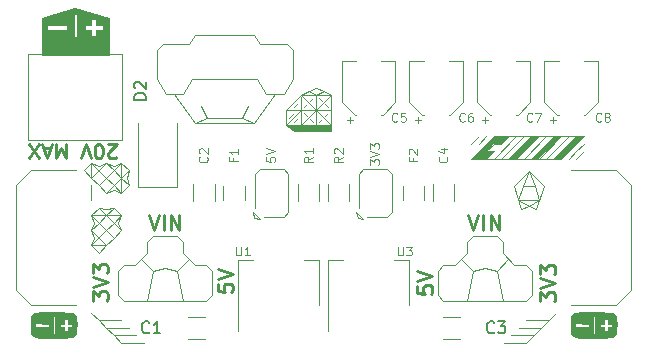
<source format=gbr>
%TF.GenerationSoftware,KiCad,Pcbnew,(5.1.7)-1*%
%TF.CreationDate,2021-01-13T20:41:06+01:00*%
%TF.ProjectId,MicroBBPS,4d696372-6f42-4425-9053-2e6b69636164,rev?*%
%TF.SameCoordinates,Original*%
%TF.FileFunction,Legend,Top*%
%TF.FilePolarity,Positive*%
%FSLAX46Y46*%
G04 Gerber Fmt 4.6, Leading zero omitted, Abs format (unit mm)*
G04 Created by KiCad (PCBNEW (5.1.7)-1) date 2021-01-13 20:41:06*
%MOMM*%
%LPD*%
G01*
G04 APERTURE LIST*
%ADD10C,0.100000*%
%ADD11C,0.120000*%
%ADD12C,0.125000*%
%ADD13C,0.250000*%
%ADD14C,0.280000*%
%ADD15C,0.010000*%
%ADD16C,0.150000*%
%ADD17C,2.800000*%
%ADD18O,1.200000X1.900000*%
%ADD19C,1.390000*%
%ADD20O,1.800000X1.800000*%
G04 APERTURE END LIST*
D10*
G36*
X5960000Y11700000D02*
G01*
X250000Y11700000D01*
X250000Y13170000D01*
X5950000Y13170000D01*
X5960000Y11700000D01*
G37*
X5960000Y11700000D02*
X250000Y11700000D01*
X250000Y13170000D01*
X5950000Y13170000D01*
X5960000Y11700000D01*
D11*
X41994000Y568000D02*
X41486000Y1838000D01*
X40978000Y568000D02*
X41486000Y1838000D01*
X41994000Y568000D02*
X42375000Y-575000D01*
X40978000Y568000D02*
X41994000Y568000D01*
X40597000Y-575000D02*
X40978000Y568000D01*
X40597000Y-575000D02*
X41486000Y-1083000D01*
X42375000Y-575000D02*
X40597000Y-575000D01*
X41486000Y-1083000D02*
X42375000Y-575000D01*
X41486000Y-1083000D02*
X42121000Y-1337000D01*
X40851000Y-1337000D02*
X41486000Y-1083000D01*
X40216000Y568000D02*
X40851000Y-1337000D01*
X41486000Y1838000D02*
X40216000Y568000D01*
X42756000Y568000D02*
X41486000Y1838000D01*
X42121000Y-1337000D02*
X42756000Y568000D01*
X5715000Y-1905000D02*
X4445000Y-1905000D01*
X4445000Y-1905000D02*
X5715000Y-3175000D01*
X4445000Y-4445000D02*
X5080000Y-5080000D01*
X5080000Y-1270000D02*
X5715000Y-1905000D01*
X5715000Y-3175000D02*
X4445000Y-4445000D01*
X5080000Y-2540000D02*
X5715000Y-1905000D01*
X5715000Y-4445000D02*
X6350000Y-3810000D01*
X5715000Y-4445000D02*
X5080000Y-3810000D01*
X5080000Y-3810000D02*
X4445000Y-3175000D01*
X4445000Y-3175000D02*
X5080000Y-2540000D01*
X4445000Y-1905000D02*
X5080000Y-1270000D01*
X6350000Y-3810000D02*
X5715000Y-3175000D01*
X5080000Y-5080000D02*
X5715000Y-4445000D01*
X5715000Y-1397000D02*
X5080000Y-1270000D01*
X4445000Y-4445000D02*
X4699000Y-3810000D01*
X6350000Y-1270000D02*
X5715000Y-1397000D01*
X6350000Y-2540000D02*
X5715000Y-3175000D01*
X4445000Y-4445000D02*
X5715000Y-4445000D01*
X5715000Y-1905000D02*
X6350000Y-2540000D01*
X6350000Y-3810000D02*
X6985000Y-3175000D01*
X4699000Y-2540000D02*
X4445000Y-1905000D01*
X6985000Y-3175000D02*
X6350000Y-2540000D01*
X6350000Y-2540000D02*
X6985000Y-1905000D01*
X6985000Y-1905000D02*
X6350000Y-1270000D01*
X6350000Y-1270000D02*
X5715000Y-1905000D01*
X5715000Y-1905000D02*
X6985000Y-1905000D01*
X6985000Y-3175000D02*
X6731000Y-2540000D01*
X4699000Y-3810000D02*
X4445000Y-3175000D01*
X4445000Y-3175000D02*
X4699000Y-2540000D01*
X6731000Y-2540000D02*
X6985000Y-1905000D01*
D12*
X28089285Y2371428D02*
X28089285Y2835714D01*
X28375000Y2585714D01*
X28375000Y2692857D01*
X28410714Y2764285D01*
X28446428Y2800000D01*
X28517857Y2835714D01*
X28696428Y2835714D01*
X28767857Y2800000D01*
X28803571Y2764285D01*
X28839285Y2692857D01*
X28839285Y2478571D01*
X28803571Y2407142D01*
X28767857Y2371428D01*
X28089285Y3050000D02*
X28839285Y3300000D01*
X28089285Y3550000D01*
X28089285Y3728571D02*
X28089285Y4192857D01*
X28375000Y3942857D01*
X28375000Y4050000D01*
X28410714Y4121428D01*
X28446428Y4157142D01*
X28517857Y4192857D01*
X28696428Y4192857D01*
X28767857Y4157142D01*
X28803571Y4121428D01*
X28839285Y4050000D01*
X28839285Y3835714D01*
X28803571Y3764285D01*
X28767857Y3728571D01*
X19289285Y3032142D02*
X19289285Y2675000D01*
X19646428Y2639285D01*
X19610714Y2675000D01*
X19575000Y2746428D01*
X19575000Y2925000D01*
X19610714Y2996428D01*
X19646428Y3032142D01*
X19717857Y3067857D01*
X19896428Y3067857D01*
X19967857Y3032142D01*
X20003571Y2996428D01*
X20039285Y2925000D01*
X20039285Y2746428D01*
X20003571Y2675000D01*
X19967857Y2639285D01*
X19289285Y3282142D02*
X20039285Y3532142D01*
X19289285Y3782142D01*
D11*
X-635000Y-9525000D02*
X3175000Y-9525000D01*
X41275000Y-12700000D02*
X39370000Y-12700000D01*
X41910000Y-12065000D02*
X41275000Y-12700000D01*
X41910000Y-12065000D02*
X40005000Y-12065000D01*
X42545000Y-11430000D02*
X41910000Y-12065000D01*
X42545000Y-11430000D02*
X40640000Y-11430000D01*
X43180000Y-10795000D02*
X42545000Y-11430000D01*
X43180000Y-10795000D02*
X41275000Y-10795000D01*
X43815000Y-10160000D02*
X43180000Y-10795000D01*
X6985000Y-12700000D02*
X8890000Y-12700000D01*
X6350000Y-12065000D02*
X6985000Y-12700000D01*
X6350000Y-12065000D02*
X8255000Y-12065000D01*
X5715000Y-11430000D02*
X6350000Y-12065000D01*
X5715000Y-11430000D02*
X7620000Y-11430000D01*
X5080000Y-10795000D02*
X5715000Y-11430000D01*
X5080000Y-10795000D02*
X6985000Y-10795000D01*
X4445000Y-10160000D02*
X5080000Y-10795000D01*
D13*
X32070523Y-7861904D02*
X32070523Y-8466666D01*
X32675285Y-8527142D01*
X32614809Y-8466666D01*
X32554333Y-8345714D01*
X32554333Y-8043333D01*
X32614809Y-7922380D01*
X32675285Y-7861904D01*
X32796238Y-7801428D01*
X33098619Y-7801428D01*
X33219571Y-7861904D01*
X33280047Y-7922380D01*
X33340523Y-8043333D01*
X33340523Y-8345714D01*
X33280047Y-8466666D01*
X33219571Y-8527142D01*
X32070523Y-7438571D02*
X33340523Y-7015238D01*
X32070523Y-6591904D01*
X36384047Y-1879523D02*
X36807380Y-3149523D01*
X37230714Y-1879523D01*
X37654047Y-3149523D02*
X37654047Y-1879523D01*
X38258809Y-3149523D02*
X38258809Y-1879523D01*
X38984523Y-3149523D01*
X38984523Y-1879523D01*
X42484523Y-9192380D02*
X42484523Y-8406190D01*
X42968333Y-8829523D01*
X42968333Y-8648095D01*
X43028809Y-8527142D01*
X43089285Y-8466666D01*
X43210238Y-8406190D01*
X43512619Y-8406190D01*
X43633571Y-8466666D01*
X43694047Y-8527142D01*
X43754523Y-8648095D01*
X43754523Y-9010952D01*
X43694047Y-9131904D01*
X43633571Y-9192380D01*
X42484523Y-8043333D02*
X43754523Y-7620000D01*
X42484523Y-7196666D01*
X42484523Y-6894285D02*
X42484523Y-6108095D01*
X42968333Y-6531428D01*
X42968333Y-6350000D01*
X43028809Y-6229047D01*
X43089285Y-6168571D01*
X43210238Y-6108095D01*
X43512619Y-6108095D01*
X43633571Y-6168571D01*
X43694047Y-6229047D01*
X43754523Y-6350000D01*
X43754523Y-6712857D01*
X43694047Y-6833809D01*
X43633571Y-6894285D01*
D10*
G36*
X24765000Y5207000D02*
G01*
X21590000Y5207000D01*
X20955000Y5715000D01*
X24765000Y5715000D01*
X24765000Y5207000D01*
G37*
X24765000Y5207000D02*
X21590000Y5207000D01*
X20955000Y5715000D01*
X24765000Y5715000D01*
X24765000Y5207000D01*
D11*
X24765000Y5207000D02*
X24765000Y5715000D01*
X23495000Y8890000D02*
X22860000Y8636000D01*
X24130000Y8636000D02*
X23495000Y8890000D01*
X24130000Y8636000D02*
X24765000Y8255000D01*
X23495000Y8255000D02*
X24130000Y8636000D01*
X22860000Y8636000D02*
X23495000Y8255000D01*
X22225000Y8255000D02*
X22860000Y8636000D01*
X21590000Y7239000D02*
X21971000Y7620000D01*
X21590000Y5969000D02*
X21971000Y6350000D01*
X21209000Y6350000D02*
X21590000Y6731000D01*
X22733000Y6477000D02*
X22479000Y6731000D01*
X23241000Y5969000D02*
X22987000Y6223000D01*
X24003000Y6223000D02*
X23749000Y5969000D01*
X24511000Y6731000D02*
X24257000Y6477000D01*
X24257000Y7493000D02*
X24511000Y7239000D01*
X23749000Y8001000D02*
X24003000Y7747000D01*
X22987000Y7747000D02*
X23241000Y8001000D01*
X22479000Y7239000D02*
X22733000Y7493000D01*
X24765000Y6985000D02*
X23495000Y6985000D01*
X23495000Y5715000D02*
X23495000Y6985000D01*
X23495000Y6858000D02*
X23495000Y5715000D01*
X23495000Y6985000D02*
X24765000Y5715000D01*
X23495000Y6985000D02*
X24765000Y8255000D01*
X23495000Y6985000D02*
X23495000Y8255000D01*
X23495000Y6985000D02*
X22225000Y8255000D01*
X23495000Y6985000D02*
X22225000Y6985000D01*
X22225000Y5715000D02*
X23495000Y6985000D01*
X22225000Y6985000D02*
X22225000Y5715000D01*
X22225000Y6985000D02*
X22225000Y8128000D01*
X22225000Y6985000D02*
X20955000Y5715000D01*
X20955000Y6985000D02*
X22225000Y6985000D01*
X20955000Y5715000D02*
X20955000Y6985000D01*
X24765000Y8255000D02*
X24765000Y5715000D01*
X23495000Y8255000D02*
X24765000Y8255000D01*
X22225000Y8255000D02*
X23495000Y8255000D01*
X20955000Y6985000D02*
X22225000Y8255000D01*
D14*
X6577142Y3047142D02*
X6520000Y2989999D01*
X6405714Y2932857D01*
X6120000Y2932857D01*
X6005714Y2989999D01*
X5948571Y3047142D01*
X5891428Y3161428D01*
X5891428Y3275714D01*
X5948571Y3447142D01*
X6634285Y4132857D01*
X5891428Y4132857D01*
X5148571Y2932857D02*
X5034285Y2932857D01*
X4920000Y2990000D01*
X4862857Y3047142D01*
X4805714Y3161428D01*
X4748571Y3390000D01*
X4748571Y3675714D01*
X4805714Y3904285D01*
X4862857Y4018571D01*
X4920000Y4075714D01*
X5034285Y4132857D01*
X5148571Y4132857D01*
X5262857Y4075714D01*
X5320000Y4018571D01*
X5377142Y3904285D01*
X5434285Y3675714D01*
X5434285Y3389999D01*
X5377142Y3161428D01*
X5320000Y3047142D01*
X5262857Y2990000D01*
X5148571Y2932857D01*
X4405714Y2932857D02*
X4005714Y4132857D01*
X3605714Y2932857D01*
X2291428Y4132857D02*
X2291428Y2932857D01*
X1891428Y3790000D01*
X1491428Y2932857D01*
X1491428Y4132857D01*
X977142Y3790000D02*
X405714Y3790000D01*
X1091428Y4132857D02*
X691428Y2932857D01*
X291428Y4132857D01*
X5714Y2932857D02*
X-794285Y4132857D01*
X-794285Y2932857D02*
X5714Y4132857D01*
D11*
X7493000Y1270000D02*
X7620000Y1905000D01*
X7620000Y635000D02*
X7493000Y1270000D01*
X6350000Y254000D02*
X6985000Y0D01*
X5715000Y0D02*
X6350000Y254000D01*
X6350000Y2286000D02*
X6985000Y2540000D01*
X5715000Y2540000D02*
X6350000Y2286000D01*
X5080000Y2286000D02*
X5715000Y2540000D01*
X4445000Y2540000D02*
X5080000Y2286000D01*
X6985000Y1270000D02*
X6985000Y0D01*
X4445000Y2540000D02*
X4445000Y1270000D01*
X7620000Y635000D02*
X6985000Y1270000D01*
X6985000Y0D02*
X7620000Y635000D01*
X6350000Y635000D02*
X6985000Y0D01*
X5715000Y0D02*
X6350000Y635000D01*
X5080000Y635000D02*
X5715000Y0D01*
X6985000Y1270000D02*
X6350000Y635000D01*
X6350000Y635000D02*
X5715000Y1270000D01*
X5080000Y635000D02*
X5715000Y1270000D01*
X4445000Y1270000D02*
X5080000Y635000D01*
X7620000Y1905000D02*
X6985000Y1270000D01*
X6985000Y2540000D02*
X7620000Y1905000D01*
X4445000Y2540000D02*
X3810000Y1905000D01*
X5715000Y1270000D02*
X4445000Y2540000D01*
X6985000Y2540000D02*
X5715000Y1270000D01*
X6985000Y1270000D02*
X6985000Y2540000D01*
X6350000Y1905000D02*
X6985000Y1270000D01*
X5715000Y2540000D02*
X6350000Y1905000D01*
X5080000Y1905000D02*
X5715000Y2540000D01*
X4445000Y1270000D02*
X5080000Y1905000D01*
X3810000Y1905000D02*
X4445000Y1270000D01*
X-1905000Y635000D02*
X-1905000Y-8255000D01*
X4445000Y635000D02*
X4445000Y-635000D01*
X-635000Y1905000D02*
X-1905000Y635000D01*
X3175000Y1905000D02*
X-635000Y1905000D01*
X-1905000Y-8255000D02*
X-635000Y-9525000D01*
X48895000Y-9525000D02*
X45085000Y-9525000D01*
X50165000Y-8255000D02*
X48895000Y-9525000D01*
X50165000Y635000D02*
X50165000Y-8255000D01*
X48895000Y1905000D02*
X50165000Y635000D01*
X45085000Y1905000D02*
X48895000Y1905000D01*
D10*
G36*
X39180000Y4155000D02*
G01*
X38545000Y4155000D01*
X37910000Y3520000D01*
X38545000Y3520000D01*
X37910000Y2885000D01*
X36640000Y2885000D01*
X38545000Y4790000D01*
X39815000Y4790000D01*
X39180000Y4155000D01*
G37*
X39180000Y4155000D02*
X38545000Y4155000D01*
X37910000Y3520000D01*
X38545000Y3520000D01*
X37910000Y2885000D01*
X36640000Y2885000D01*
X38545000Y4790000D01*
X39815000Y4790000D01*
X39180000Y4155000D01*
D11*
X45530000Y2885000D02*
X46165000Y3520000D01*
X45530000Y3520000D02*
X46165000Y4155000D01*
X45530000Y3520000D02*
X44895000Y2885000D01*
X37275000Y4790000D02*
X36640000Y4155000D01*
X37910000Y4790000D02*
X37275000Y4155000D01*
X41085000Y4790000D02*
X39180000Y2885000D01*
X42990000Y4790000D02*
X41085000Y2885000D01*
X44895000Y4790000D02*
X42990000Y2885000D01*
D10*
G36*
X44260000Y2885000D02*
G01*
X43625000Y2885000D01*
X45530000Y4790000D01*
X46165000Y4790000D01*
X44260000Y2885000D01*
G37*
X44260000Y2885000D02*
X43625000Y2885000D01*
X45530000Y4790000D01*
X46165000Y4790000D01*
X44260000Y2885000D01*
G36*
X42355000Y2885000D02*
G01*
X41720000Y2885000D01*
X43625000Y4790000D01*
X44260000Y4790000D01*
X42355000Y2885000D01*
G37*
X42355000Y2885000D02*
X41720000Y2885000D01*
X43625000Y4790000D01*
X44260000Y4790000D01*
X42355000Y2885000D01*
G36*
X40450000Y2885000D02*
G01*
X39815000Y2885000D01*
X41720000Y4790000D01*
X42355000Y4790000D01*
X40450000Y2885000D01*
G37*
X40450000Y2885000D02*
X39815000Y2885000D01*
X41720000Y4790000D01*
X42355000Y4790000D01*
X40450000Y2885000D01*
D11*
X45530000Y4790000D02*
X43625000Y2885000D01*
X44260000Y4790000D02*
X45530000Y4790000D01*
X42355000Y2885000D02*
X44260000Y4790000D01*
X41720000Y2885000D02*
X42355000Y2885000D01*
X43625000Y4790000D02*
X41720000Y2885000D01*
X42355000Y4790000D02*
X43625000Y4790000D01*
X40450000Y2885000D02*
X42355000Y4790000D01*
X39815000Y2885000D02*
X40450000Y2885000D01*
X41720000Y4790000D02*
X39815000Y2885000D01*
X40450000Y4790000D02*
X41720000Y4790000D01*
X38545000Y2885000D02*
X40450000Y4790000D01*
X44260000Y2885000D02*
X36640000Y2885000D01*
X46165000Y4790000D02*
X44260000Y2885000D01*
X38545000Y4790000D02*
X46165000Y4790000D01*
X36640000Y2885000D02*
X38545000Y4790000D01*
D13*
X9309047Y-1879523D02*
X9732380Y-3149523D01*
X10155714Y-1879523D01*
X10579047Y-3149523D02*
X10579047Y-1879523D01*
X11183809Y-3149523D02*
X11183809Y-1879523D01*
X11909523Y-3149523D01*
X11909523Y-1879523D01*
X15179523Y-7741904D02*
X15179523Y-8346666D01*
X15784285Y-8407142D01*
X15723809Y-8346666D01*
X15663333Y-8225714D01*
X15663333Y-7923333D01*
X15723809Y-7802380D01*
X15784285Y-7741904D01*
X15905238Y-7681428D01*
X16207619Y-7681428D01*
X16328571Y-7741904D01*
X16389047Y-7802380D01*
X16449523Y-7923333D01*
X16449523Y-8225714D01*
X16389047Y-8346666D01*
X16328571Y-8407142D01*
X15179523Y-7318571D02*
X16449523Y-6895238D01*
X15179523Y-6471904D01*
X4604523Y-9122380D02*
X4604523Y-8336190D01*
X5088333Y-8759523D01*
X5088333Y-8578095D01*
X5148809Y-8457142D01*
X5209285Y-8396666D01*
X5330238Y-8336190D01*
X5632619Y-8336190D01*
X5753571Y-8396666D01*
X5814047Y-8457142D01*
X5874523Y-8578095D01*
X5874523Y-8940952D01*
X5814047Y-9061904D01*
X5753571Y-9122380D01*
X4604523Y-7973333D02*
X5874523Y-7550000D01*
X4604523Y-7126666D01*
X4604523Y-6824285D02*
X4604523Y-6038095D01*
X5088333Y-6461428D01*
X5088333Y-6280000D01*
X5148809Y-6159047D01*
X5209285Y-6098571D01*
X5330238Y-6038095D01*
X5632619Y-6038095D01*
X5753571Y-6098571D01*
X5814047Y-6159047D01*
X5874523Y-6280000D01*
X5874523Y-6642857D01*
X5814047Y-6763809D01*
X5753571Y-6824285D01*
D11*
%TO.C,J5*%
X3100000Y11800000D02*
X-900000Y11800000D01*
X3100000Y11800000D02*
X7100000Y11800000D01*
X-900000Y11800000D02*
X-900000Y4500000D01*
X7100000Y11800000D02*
X7100000Y4500000D01*
X7100000Y4500000D02*
X-900000Y4500000D01*
%TO.C,D3*%
X18350000Y0D02*
X18350000Y-1300000D01*
X19050000Y-2000000D02*
X19750000Y-2000000D01*
X20750000Y2000000D02*
X19750000Y2000000D01*
X21150000Y1600000D02*
X20750000Y2000000D01*
X21150000Y0D02*
X21150000Y1600000D01*
X18750000Y2000000D02*
X19750000Y2000000D01*
X18350000Y1600000D02*
X18750000Y2000000D01*
X18350000Y0D02*
X18350000Y1600000D01*
X20750000Y-2000000D02*
X19750000Y-2000000D01*
X21150000Y-1600000D02*
X20750000Y-2000000D01*
X21150000Y0D02*
X21150000Y-1600000D01*
X18150000Y-1600000D02*
X18750000Y-2200000D01*
X18150000Y-1600000D02*
X18250000Y-2100000D01*
X18250000Y-2100000D02*
X18750000Y-2200000D01*
%TO.C,D1*%
X27100000Y0D02*
X27100000Y-1300000D01*
X27800000Y-2000000D02*
X28500000Y-2000000D01*
X29500000Y2000000D02*
X28500000Y2000000D01*
X29900000Y1600000D02*
X29500000Y2000000D01*
X29900000Y0D02*
X29900000Y1600000D01*
X27500000Y2000000D02*
X28500000Y2000000D01*
X27100000Y1600000D02*
X27500000Y2000000D01*
X27100000Y0D02*
X27100000Y1600000D01*
X29500000Y-2000000D02*
X28500000Y-2000000D01*
X29900000Y-1600000D02*
X29500000Y-2000000D01*
X29900000Y0D02*
X29900000Y-1600000D01*
X26900000Y-1600000D02*
X27500000Y-2200000D01*
X26900000Y-1600000D02*
X27000000Y-2100000D01*
X27000000Y-2100000D02*
X27500000Y-2200000D01*
%TO.C,D2*%
X8383000Y537000D02*
X11683000Y537000D01*
X11683000Y537000D02*
X11683000Y5937000D01*
X8383000Y537000D02*
X8383000Y5937000D01*
%TO.C,C8*%
X47345000Y11150000D02*
X46145000Y11150000D01*
X42825000Y11150000D02*
X44025000Y11150000D01*
X42825000Y7694437D02*
X42825000Y11150000D01*
X47345000Y7694437D02*
X47345000Y11150000D01*
X46280563Y6630000D02*
X46145000Y6630000D01*
X43889437Y6630000D02*
X44025000Y6630000D01*
X43889437Y6630000D02*
X42825000Y7694437D01*
X46280563Y6630000D02*
X47345000Y7694437D01*
X43525000Y5890000D02*
X43525000Y6390000D01*
X43275000Y6140000D02*
X43775000Y6140000D01*
%TO.C,C7*%
X41630000Y11150000D02*
X40430000Y11150000D01*
X37110000Y11150000D02*
X38310000Y11150000D01*
X37110000Y7694437D02*
X37110000Y11150000D01*
X41630000Y7694437D02*
X41630000Y11150000D01*
X40565563Y6630000D02*
X40430000Y6630000D01*
X38174437Y6630000D02*
X38310000Y6630000D01*
X38174437Y6630000D02*
X37110000Y7694437D01*
X40565563Y6630000D02*
X41630000Y7694437D01*
X37810000Y5890000D02*
X37810000Y6390000D01*
X37560000Y6140000D02*
X38060000Y6140000D01*
%TO.C,C6*%
X35915000Y11150000D02*
X34715000Y11150000D01*
X31395000Y11150000D02*
X32595000Y11150000D01*
X31395000Y7694437D02*
X31395000Y11150000D01*
X35915000Y7694437D02*
X35915000Y11150000D01*
X34850563Y6630000D02*
X34715000Y6630000D01*
X32459437Y6630000D02*
X32595000Y6630000D01*
X32459437Y6630000D02*
X31395000Y7694437D01*
X34850563Y6630000D02*
X35915000Y7694437D01*
X32095000Y5890000D02*
X32095000Y6390000D01*
X31845000Y6140000D02*
X32345000Y6140000D01*
%TO.C,C5*%
X30200000Y11150000D02*
X29000000Y11150000D01*
X25680000Y11150000D02*
X26880000Y11150000D01*
X25680000Y7694437D02*
X25680000Y11150000D01*
X30200000Y7694437D02*
X30200000Y11150000D01*
X29135563Y6630000D02*
X29000000Y6630000D01*
X26744437Y6630000D02*
X26880000Y6630000D01*
X26744437Y6630000D02*
X25680000Y7694437D01*
X29135563Y6630000D02*
X30200000Y7694437D01*
X26380000Y5890000D02*
X26380000Y6390000D01*
X26130000Y6140000D02*
X26630000Y6140000D01*
D15*
%TO.C,G\u002A\u002A\u002A*%
G36*
X46516942Y-10120653D02*
G01*
X46787619Y-10121625D01*
X47023178Y-10122540D01*
X47311893Y-10123676D01*
X47561341Y-10124790D01*
X47774591Y-10125974D01*
X47954709Y-10127321D01*
X48104764Y-10128921D01*
X48227821Y-10130866D01*
X48326949Y-10133248D01*
X48405215Y-10136158D01*
X48465686Y-10139688D01*
X48511429Y-10143930D01*
X48545512Y-10148974D01*
X48571002Y-10154914D01*
X48590966Y-10161840D01*
X48608471Y-10169843D01*
X48608548Y-10169881D01*
X48716076Y-10241359D01*
X48813561Y-10338826D01*
X48885069Y-10446353D01*
X48885118Y-10446452D01*
X48896865Y-10472635D01*
X48906177Y-10501836D01*
X48913336Y-10539039D01*
X48918621Y-10589224D01*
X48922312Y-10657375D01*
X48924690Y-10748474D01*
X48926036Y-10867501D01*
X48926628Y-11019441D01*
X48926750Y-11186583D01*
X48926592Y-11372043D01*
X48925931Y-11520152D01*
X48924486Y-11635892D01*
X48921978Y-11724247D01*
X48918127Y-11790197D01*
X48912651Y-11838725D01*
X48905272Y-11874813D01*
X48895707Y-11903444D01*
X48885118Y-11926715D01*
X48813641Y-12034243D01*
X48716173Y-12131727D01*
X48608647Y-12203236D01*
X48608548Y-12203285D01*
X48591149Y-12211261D01*
X48571378Y-12218162D01*
X48546180Y-12224074D01*
X48512502Y-12229084D01*
X48467289Y-12233279D01*
X48407488Y-12236747D01*
X48330045Y-12239575D01*
X48231905Y-12241849D01*
X48110016Y-12243656D01*
X47961323Y-12245085D01*
X47782772Y-12246220D01*
X47571309Y-12247151D01*
X47323880Y-12247963D01*
X47037432Y-12248743D01*
X47011167Y-12248811D01*
X46697625Y-12249421D01*
X46424316Y-12249509D01*
X46189142Y-12249048D01*
X45990004Y-12248010D01*
X45824806Y-12246367D01*
X45691448Y-12244090D01*
X45587833Y-12241152D01*
X45511863Y-12237523D01*
X45461440Y-12233177D01*
X45434466Y-12228085D01*
X45433259Y-12227645D01*
X45292082Y-12152417D01*
X45177896Y-12049101D01*
X45095617Y-11922843D01*
X45064788Y-11842264D01*
X45056520Y-11794269D01*
X45050527Y-11712933D01*
X45046755Y-11596256D01*
X45045153Y-11442235D01*
X45045466Y-11324869D01*
X45444833Y-11324869D01*
X46556083Y-11313583D01*
X46556083Y-11059583D01*
X45444833Y-11048297D01*
X45444833Y-11324869D01*
X45045466Y-11324869D01*
X45045669Y-11248869D01*
X45046623Y-11144250D01*
X45048918Y-10953024D01*
X45051969Y-10798849D01*
X45056873Y-10676440D01*
X45064727Y-10580517D01*
X45076629Y-10505796D01*
X45093676Y-10446996D01*
X45109632Y-10414000D01*
X46947667Y-10414000D01*
X46947667Y-11959167D01*
X47074667Y-11959167D01*
X47074667Y-11070167D01*
X47519167Y-11070167D01*
X47519167Y-11324167D01*
X47900167Y-11324167D01*
X47900167Y-11662833D01*
X48175333Y-11662833D01*
X48175333Y-11324167D01*
X48535167Y-11324167D01*
X48535167Y-11070167D01*
X48175333Y-11070167D01*
X48175333Y-10710333D01*
X47900167Y-10710333D01*
X47900167Y-11070167D01*
X47519167Y-11070167D01*
X47074667Y-11070167D01*
X47074667Y-10414000D01*
X46947667Y-10414000D01*
X45109632Y-10414000D01*
X45116966Y-10398834D01*
X45147596Y-10356027D01*
X45186664Y-10313295D01*
X45227690Y-10272729D01*
X45257054Y-10243910D01*
X45283930Y-10218868D01*
X45311352Y-10197351D01*
X45342354Y-10179104D01*
X45379972Y-10163874D01*
X45427241Y-10151406D01*
X45487193Y-10141446D01*
X45562865Y-10133742D01*
X45657291Y-10128039D01*
X45773506Y-10124082D01*
X45914544Y-10121620D01*
X46083439Y-10120396D01*
X46283227Y-10120159D01*
X46516942Y-10120653D01*
G37*
X46516942Y-10120653D02*
X46787619Y-10121625D01*
X47023178Y-10122540D01*
X47311893Y-10123676D01*
X47561341Y-10124790D01*
X47774591Y-10125974D01*
X47954709Y-10127321D01*
X48104764Y-10128921D01*
X48227821Y-10130866D01*
X48326949Y-10133248D01*
X48405215Y-10136158D01*
X48465686Y-10139688D01*
X48511429Y-10143930D01*
X48545512Y-10148974D01*
X48571002Y-10154914D01*
X48590966Y-10161840D01*
X48608471Y-10169843D01*
X48608548Y-10169881D01*
X48716076Y-10241359D01*
X48813561Y-10338826D01*
X48885069Y-10446353D01*
X48885118Y-10446452D01*
X48896865Y-10472635D01*
X48906177Y-10501836D01*
X48913336Y-10539039D01*
X48918621Y-10589224D01*
X48922312Y-10657375D01*
X48924690Y-10748474D01*
X48926036Y-10867501D01*
X48926628Y-11019441D01*
X48926750Y-11186583D01*
X48926592Y-11372043D01*
X48925931Y-11520152D01*
X48924486Y-11635892D01*
X48921978Y-11724247D01*
X48918127Y-11790197D01*
X48912651Y-11838725D01*
X48905272Y-11874813D01*
X48895707Y-11903444D01*
X48885118Y-11926715D01*
X48813641Y-12034243D01*
X48716173Y-12131727D01*
X48608647Y-12203236D01*
X48608548Y-12203285D01*
X48591149Y-12211261D01*
X48571378Y-12218162D01*
X48546180Y-12224074D01*
X48512502Y-12229084D01*
X48467289Y-12233279D01*
X48407488Y-12236747D01*
X48330045Y-12239575D01*
X48231905Y-12241849D01*
X48110016Y-12243656D01*
X47961323Y-12245085D01*
X47782772Y-12246220D01*
X47571309Y-12247151D01*
X47323880Y-12247963D01*
X47037432Y-12248743D01*
X47011167Y-12248811D01*
X46697625Y-12249421D01*
X46424316Y-12249509D01*
X46189142Y-12249048D01*
X45990004Y-12248010D01*
X45824806Y-12246367D01*
X45691448Y-12244090D01*
X45587833Y-12241152D01*
X45511863Y-12237523D01*
X45461440Y-12233177D01*
X45434466Y-12228085D01*
X45433259Y-12227645D01*
X45292082Y-12152417D01*
X45177896Y-12049101D01*
X45095617Y-11922843D01*
X45064788Y-11842264D01*
X45056520Y-11794269D01*
X45050527Y-11712933D01*
X45046755Y-11596256D01*
X45045153Y-11442235D01*
X45045466Y-11324869D01*
X45444833Y-11324869D01*
X46556083Y-11313583D01*
X46556083Y-11059583D01*
X45444833Y-11048297D01*
X45444833Y-11324869D01*
X45045466Y-11324869D01*
X45045669Y-11248869D01*
X45046623Y-11144250D01*
X45048918Y-10953024D01*
X45051969Y-10798849D01*
X45056873Y-10676440D01*
X45064727Y-10580517D01*
X45076629Y-10505796D01*
X45093676Y-10446996D01*
X45109632Y-10414000D01*
X46947667Y-10414000D01*
X46947667Y-11959167D01*
X47074667Y-11959167D01*
X47074667Y-11070167D01*
X47519167Y-11070167D01*
X47519167Y-11324167D01*
X47900167Y-11324167D01*
X47900167Y-11662833D01*
X48175333Y-11662833D01*
X48175333Y-11324167D01*
X48535167Y-11324167D01*
X48535167Y-11070167D01*
X48175333Y-11070167D01*
X48175333Y-10710333D01*
X47900167Y-10710333D01*
X47900167Y-11070167D01*
X47519167Y-11070167D01*
X47074667Y-11070167D01*
X47074667Y-10414000D01*
X46947667Y-10414000D01*
X45109632Y-10414000D01*
X45116966Y-10398834D01*
X45147596Y-10356027D01*
X45186664Y-10313295D01*
X45227690Y-10272729D01*
X45257054Y-10243910D01*
X45283930Y-10218868D01*
X45311352Y-10197351D01*
X45342354Y-10179104D01*
X45379972Y-10163874D01*
X45427241Y-10151406D01*
X45487193Y-10141446D01*
X45562865Y-10133742D01*
X45657291Y-10128039D01*
X45773506Y-10124082D01*
X45914544Y-10121620D01*
X46083439Y-10120396D01*
X46283227Y-10120159D01*
X46516942Y-10120653D01*
G36*
X796942Y-10120653D02*
G01*
X1067619Y-10121625D01*
X1303178Y-10122540D01*
X1591893Y-10123676D01*
X1841341Y-10124790D01*
X2054591Y-10125974D01*
X2234709Y-10127321D01*
X2384764Y-10128921D01*
X2507821Y-10130866D01*
X2606949Y-10133248D01*
X2685215Y-10136158D01*
X2745686Y-10139688D01*
X2791429Y-10143930D01*
X2825512Y-10148974D01*
X2851002Y-10154914D01*
X2870966Y-10161840D01*
X2888471Y-10169843D01*
X2888548Y-10169881D01*
X2996076Y-10241359D01*
X3093561Y-10338826D01*
X3165069Y-10446353D01*
X3165118Y-10446452D01*
X3176865Y-10472635D01*
X3186177Y-10501836D01*
X3193336Y-10539039D01*
X3198621Y-10589224D01*
X3202312Y-10657375D01*
X3204690Y-10748474D01*
X3206036Y-10867501D01*
X3206628Y-11019441D01*
X3206750Y-11186583D01*
X3206592Y-11372043D01*
X3205931Y-11520152D01*
X3204486Y-11635892D01*
X3201978Y-11724247D01*
X3198127Y-11790197D01*
X3192651Y-11838725D01*
X3185272Y-11874813D01*
X3175707Y-11903444D01*
X3165118Y-11926715D01*
X3093641Y-12034243D01*
X2996173Y-12131727D01*
X2888647Y-12203236D01*
X2888548Y-12203285D01*
X2871149Y-12211261D01*
X2851378Y-12218162D01*
X2826180Y-12224074D01*
X2792502Y-12229084D01*
X2747289Y-12233279D01*
X2687488Y-12236747D01*
X2610045Y-12239575D01*
X2511905Y-12241849D01*
X2390016Y-12243656D01*
X2241323Y-12245085D01*
X2062772Y-12246220D01*
X1851309Y-12247151D01*
X1603880Y-12247963D01*
X1317432Y-12248743D01*
X1291167Y-12248811D01*
X977625Y-12249421D01*
X704316Y-12249509D01*
X469142Y-12249048D01*
X270004Y-12248010D01*
X104806Y-12246367D01*
X-28552Y-12244090D01*
X-132167Y-12241152D01*
X-208137Y-12237523D01*
X-258560Y-12233177D01*
X-285534Y-12228085D01*
X-286741Y-12227645D01*
X-427918Y-12152417D01*
X-542104Y-12049101D01*
X-624383Y-11922843D01*
X-655212Y-11842264D01*
X-663480Y-11794269D01*
X-669473Y-11712933D01*
X-673245Y-11596256D01*
X-674847Y-11442235D01*
X-674534Y-11324869D01*
X-275167Y-11324869D01*
X836083Y-11313583D01*
X836083Y-11059583D01*
X-275167Y-11048297D01*
X-275167Y-11324869D01*
X-674534Y-11324869D01*
X-674331Y-11248869D01*
X-673377Y-11144250D01*
X-671082Y-10953024D01*
X-668031Y-10798849D01*
X-663127Y-10676440D01*
X-655273Y-10580517D01*
X-643371Y-10505796D01*
X-626324Y-10446996D01*
X-610368Y-10414000D01*
X1227667Y-10414000D01*
X1227667Y-11959167D01*
X1354667Y-11959167D01*
X1354667Y-11070167D01*
X1799167Y-11070167D01*
X1799167Y-11324167D01*
X2180167Y-11324167D01*
X2180167Y-11662833D01*
X2455333Y-11662833D01*
X2455333Y-11324167D01*
X2815167Y-11324167D01*
X2815167Y-11070167D01*
X2455333Y-11070167D01*
X2455333Y-10710333D01*
X2180167Y-10710333D01*
X2180167Y-11070167D01*
X1799167Y-11070167D01*
X1354667Y-11070167D01*
X1354667Y-10414000D01*
X1227667Y-10414000D01*
X-610368Y-10414000D01*
X-603034Y-10398834D01*
X-572404Y-10356027D01*
X-533336Y-10313295D01*
X-492310Y-10272729D01*
X-462946Y-10243910D01*
X-436070Y-10218868D01*
X-408648Y-10197351D01*
X-377646Y-10179104D01*
X-340028Y-10163874D01*
X-292759Y-10151406D01*
X-232807Y-10141446D01*
X-157135Y-10133742D01*
X-62709Y-10128039D01*
X53506Y-10124082D01*
X194544Y-10121620D01*
X363439Y-10120396D01*
X563227Y-10120159D01*
X796942Y-10120653D01*
G37*
X796942Y-10120653D02*
X1067619Y-10121625D01*
X1303178Y-10122540D01*
X1591893Y-10123676D01*
X1841341Y-10124790D01*
X2054591Y-10125974D01*
X2234709Y-10127321D01*
X2384764Y-10128921D01*
X2507821Y-10130866D01*
X2606949Y-10133248D01*
X2685215Y-10136158D01*
X2745686Y-10139688D01*
X2791429Y-10143930D01*
X2825512Y-10148974D01*
X2851002Y-10154914D01*
X2870966Y-10161840D01*
X2888471Y-10169843D01*
X2888548Y-10169881D01*
X2996076Y-10241359D01*
X3093561Y-10338826D01*
X3165069Y-10446353D01*
X3165118Y-10446452D01*
X3176865Y-10472635D01*
X3186177Y-10501836D01*
X3193336Y-10539039D01*
X3198621Y-10589224D01*
X3202312Y-10657375D01*
X3204690Y-10748474D01*
X3206036Y-10867501D01*
X3206628Y-11019441D01*
X3206750Y-11186583D01*
X3206592Y-11372043D01*
X3205931Y-11520152D01*
X3204486Y-11635892D01*
X3201978Y-11724247D01*
X3198127Y-11790197D01*
X3192651Y-11838725D01*
X3185272Y-11874813D01*
X3175707Y-11903444D01*
X3165118Y-11926715D01*
X3093641Y-12034243D01*
X2996173Y-12131727D01*
X2888647Y-12203236D01*
X2888548Y-12203285D01*
X2871149Y-12211261D01*
X2851378Y-12218162D01*
X2826180Y-12224074D01*
X2792502Y-12229084D01*
X2747289Y-12233279D01*
X2687488Y-12236747D01*
X2610045Y-12239575D01*
X2511905Y-12241849D01*
X2390016Y-12243656D01*
X2241323Y-12245085D01*
X2062772Y-12246220D01*
X1851309Y-12247151D01*
X1603880Y-12247963D01*
X1317432Y-12248743D01*
X1291167Y-12248811D01*
X977625Y-12249421D01*
X704316Y-12249509D01*
X469142Y-12249048D01*
X270004Y-12248010D01*
X104806Y-12246367D01*
X-28552Y-12244090D01*
X-132167Y-12241152D01*
X-208137Y-12237523D01*
X-258560Y-12233177D01*
X-285534Y-12228085D01*
X-286741Y-12227645D01*
X-427918Y-12152417D01*
X-542104Y-12049101D01*
X-624383Y-11922843D01*
X-655212Y-11842264D01*
X-663480Y-11794269D01*
X-669473Y-11712933D01*
X-673245Y-11596256D01*
X-674847Y-11442235D01*
X-674534Y-11324869D01*
X-275167Y-11324869D01*
X836083Y-11313583D01*
X836083Y-11059583D01*
X-275167Y-11048297D01*
X-275167Y-11324869D01*
X-674534Y-11324869D01*
X-674331Y-11248869D01*
X-673377Y-11144250D01*
X-671082Y-10953024D01*
X-668031Y-10798849D01*
X-663127Y-10676440D01*
X-655273Y-10580517D01*
X-643371Y-10505796D01*
X-626324Y-10446996D01*
X-610368Y-10414000D01*
X1227667Y-10414000D01*
X1227667Y-11959167D01*
X1354667Y-11959167D01*
X1354667Y-11070167D01*
X1799167Y-11070167D01*
X1799167Y-11324167D01*
X2180167Y-11324167D01*
X2180167Y-11662833D01*
X2455333Y-11662833D01*
X2455333Y-11324167D01*
X2815167Y-11324167D01*
X2815167Y-11070167D01*
X2455333Y-11070167D01*
X2455333Y-10710333D01*
X2180167Y-10710333D01*
X2180167Y-11070167D01*
X1799167Y-11070167D01*
X1354667Y-11070167D01*
X1354667Y-10414000D01*
X1227667Y-10414000D01*
X-610368Y-10414000D01*
X-603034Y-10398834D01*
X-572404Y-10356027D01*
X-533336Y-10313295D01*
X-492310Y-10272729D01*
X-462946Y-10243910D01*
X-436070Y-10218868D01*
X-408648Y-10197351D01*
X-377646Y-10179104D01*
X-340028Y-10163874D01*
X-292759Y-10151406D01*
X-232807Y-10141446D01*
X-157135Y-10133742D01*
X-62709Y-10128039D01*
X53506Y-10124082D01*
X194544Y-10121620D01*
X363439Y-10120396D01*
X563227Y-10120159D01*
X796942Y-10120653D01*
G36*
X4524826Y15242912D02*
G01*
X5946916Y14832018D01*
X5946916Y13167440D01*
X4571083Y12769321D01*
X4336582Y12701583D01*
X4112826Y12637178D01*
X3903330Y12577104D01*
X3711607Y12522356D01*
X3541172Y12473932D01*
X3395538Y12432829D01*
X3278220Y12400044D01*
X3192731Y12376573D01*
X3142586Y12363413D01*
X3131750Y12360993D01*
X3098504Y12364192D01*
X3028929Y12378797D01*
X2922475Y12404957D01*
X2778592Y12442820D01*
X2596731Y12492536D01*
X2376342Y12554254D01*
X2116876Y12628123D01*
X1817782Y12714292D01*
X1660666Y12759866D01*
X253083Y13168948D01*
X253083Y14211667D01*
X750500Y14211667D01*
X750500Y13788334D01*
X2443833Y13788334D01*
X2443833Y14211667D01*
X750500Y14211667D01*
X253083Y14211667D01*
X253083Y14830777D01*
X1407412Y15164167D01*
X3036500Y15164167D01*
X3036500Y12835834D01*
X3227000Y12835834D01*
X3227000Y14190500D01*
X3904333Y14190500D01*
X3904333Y13809500D01*
X4475833Y13809500D01*
X4475833Y13280334D01*
X4878000Y13280334D01*
X4878000Y13809500D01*
X5449500Y13809500D01*
X5449500Y14190500D01*
X4878000Y14190500D01*
X4878000Y14719667D01*
X4475833Y14719667D01*
X4475833Y14190500D01*
X3904333Y14190500D01*
X3227000Y14190500D01*
X3227000Y15164167D01*
X3036500Y15164167D01*
X1407412Y15164167D01*
X1677909Y15242291D01*
X3102735Y15653804D01*
X4524826Y15242912D01*
G37*
X4524826Y15242912D02*
X5946916Y14832018D01*
X5946916Y13167440D01*
X4571083Y12769321D01*
X4336582Y12701583D01*
X4112826Y12637178D01*
X3903330Y12577104D01*
X3711607Y12522356D01*
X3541172Y12473932D01*
X3395538Y12432829D01*
X3278220Y12400044D01*
X3192731Y12376573D01*
X3142586Y12363413D01*
X3131750Y12360993D01*
X3098504Y12364192D01*
X3028929Y12378797D01*
X2922475Y12404957D01*
X2778592Y12442820D01*
X2596731Y12492536D01*
X2376342Y12554254D01*
X2116876Y12628123D01*
X1817782Y12714292D01*
X1660666Y12759866D01*
X253083Y13168948D01*
X253083Y14211667D01*
X750500Y14211667D01*
X750500Y13788334D01*
X2443833Y13788334D01*
X2443833Y14211667D01*
X750500Y14211667D01*
X253083Y14211667D01*
X253083Y14830777D01*
X1407412Y15164167D01*
X3036500Y15164167D01*
X3036500Y12835834D01*
X3227000Y12835834D01*
X3227000Y14190500D01*
X3904333Y14190500D01*
X3904333Y13809500D01*
X4475833Y13809500D01*
X4475833Y13280334D01*
X4878000Y13280334D01*
X4878000Y13809500D01*
X5449500Y13809500D01*
X5449500Y14190500D01*
X4878000Y14190500D01*
X4878000Y14719667D01*
X4475833Y14719667D01*
X4475833Y14190500D01*
X3904333Y14190500D01*
X3227000Y14190500D01*
X3227000Y15164167D01*
X3036500Y15164167D01*
X1407412Y15164167D01*
X1677909Y15242291D01*
X3102735Y15653804D01*
X4524826Y15242912D01*
D11*
%TO.C,J2*%
X18748000Y12632000D02*
X20998000Y12632000D01*
X20998000Y12632000D02*
X21498000Y12132000D01*
X21498000Y12132000D02*
X21498000Y9632000D01*
X20748000Y8382000D02*
X19248000Y8382000D01*
X21498000Y9632000D02*
X20748000Y8382000D01*
X18498000Y9632000D02*
X15748000Y9632000D01*
X18248000Y13382000D02*
X18748000Y12632000D01*
X15748000Y13382000D02*
X18248000Y13382000D01*
X19248000Y8382000D02*
X18498000Y9632000D01*
X15748000Y13382000D02*
X13248000Y13382000D01*
X13248000Y13382000D02*
X12748000Y12632000D01*
X12748000Y12632000D02*
X10498000Y12632000D01*
X10498000Y12632000D02*
X9998000Y12132000D01*
X9998000Y12132000D02*
X9998000Y9632000D01*
X9998000Y9632000D02*
X10748000Y8382000D01*
X10748000Y8382000D02*
X12248000Y8382000D01*
X12248000Y8382000D02*
X12998000Y9632000D01*
X12998000Y9632000D02*
X15748000Y9632000D01*
X11498000Y8382000D02*
X13248000Y5882000D01*
X13248000Y5882000D02*
X18248000Y5882000D01*
X18248000Y5882000D02*
X19998000Y8382000D01*
X13248000Y5882000D02*
X14248000Y6382000D01*
X14248000Y6382000D02*
X15748000Y6382000D01*
X15748000Y6382000D02*
X17248000Y6382000D01*
X17248000Y6382000D02*
X18248000Y5882000D01*
X17248000Y6382000D02*
X17748000Y7382000D01*
X14248000Y6382000D02*
X13748000Y7382000D01*
%TO.C,J9*%
X37775000Y-6320000D02*
X38775000Y-6620000D01*
X36775000Y-6620000D02*
X37775000Y-6320000D01*
X36775000Y-6620000D02*
X36275000Y-9120000D01*
X38775000Y-6620000D02*
X39275000Y-9120000D01*
X39775000Y-5620000D02*
X38775000Y-6620000D01*
X35775000Y-5620000D02*
X36775000Y-6620000D01*
X41275000Y-9120000D02*
X37775000Y-9120000D01*
X41775000Y-8620000D02*
X41275000Y-9120000D01*
X41775000Y-6620000D02*
X41775000Y-8620000D01*
X41275000Y-6120000D02*
X41775000Y-6620000D01*
X40275000Y-6120000D02*
X41275000Y-6120000D01*
X39275000Y-5120000D02*
X40275000Y-6120000D01*
X39275000Y-4120000D02*
X39275000Y-5120000D01*
X38775000Y-3620000D02*
X39275000Y-4120000D01*
X37775000Y-3620000D02*
X38775000Y-3620000D01*
X34275000Y-9120000D02*
X37775000Y-9120000D01*
X33775000Y-8620000D02*
X34275000Y-9120000D01*
X33775000Y-6620000D02*
X33775000Y-8620000D01*
X34275000Y-6120000D02*
X33775000Y-6620000D01*
X35275000Y-6120000D02*
X34275000Y-6120000D01*
X35775000Y-5620000D02*
X35275000Y-6120000D01*
X36275000Y-5120000D02*
X35775000Y-5620000D01*
X36275000Y-4620000D02*
X36275000Y-5120000D01*
X36775000Y-3620000D02*
X37775000Y-3620000D01*
X36275000Y-4120000D02*
X36775000Y-3620000D01*
X36275000Y-4620000D02*
X36275000Y-4120000D01*
%TO.C,J8*%
X10700000Y-6320000D02*
X11700000Y-6620000D01*
X9700000Y-6620000D02*
X10700000Y-6320000D01*
X9700000Y-6620000D02*
X9200000Y-9120000D01*
X11700000Y-6620000D02*
X12200000Y-9120000D01*
X12700000Y-5620000D02*
X11700000Y-6620000D01*
X8700000Y-5620000D02*
X9700000Y-6620000D01*
X14200000Y-9120000D02*
X10700000Y-9120000D01*
X14700000Y-8620000D02*
X14200000Y-9120000D01*
X14700000Y-6620000D02*
X14700000Y-8620000D01*
X14200000Y-6120000D02*
X14700000Y-6620000D01*
X13200000Y-6120000D02*
X14200000Y-6120000D01*
X12200000Y-5120000D02*
X13200000Y-6120000D01*
X12200000Y-4120000D02*
X12200000Y-5120000D01*
X11700000Y-3620000D02*
X12200000Y-4120000D01*
X10700000Y-3620000D02*
X11700000Y-3620000D01*
X7200000Y-9120000D02*
X10700000Y-9120000D01*
X6700000Y-8620000D02*
X7200000Y-9120000D01*
X6700000Y-6620000D02*
X6700000Y-8620000D01*
X7200000Y-6120000D02*
X6700000Y-6620000D01*
X8200000Y-6120000D02*
X7200000Y-6120000D01*
X8700000Y-5620000D02*
X8200000Y-6120000D01*
X9200000Y-5120000D02*
X8700000Y-5620000D01*
X9200000Y-4620000D02*
X9200000Y-5120000D01*
X9700000Y-3620000D02*
X10700000Y-3620000D01*
X9200000Y-4120000D02*
X9700000Y-3620000D01*
X9200000Y-4620000D02*
X9200000Y-4120000D01*
%TO.C,F2*%
X32640000Y602064D02*
X32640000Y-602064D01*
X30820000Y602064D02*
X30820000Y-602064D01*
%TO.C,F1*%
X17440000Y602064D02*
X17440000Y-602064D01*
X15620000Y602064D02*
X15620000Y-602064D01*
%TO.C,C4*%
X35180000Y711252D02*
X35180000Y-711252D01*
X33360000Y711252D02*
X33360000Y-711252D01*
%TO.C,C3*%
X34213748Y-10520000D02*
X35636252Y-10520000D01*
X34213748Y-12340000D02*
X35636252Y-12340000D01*
%TO.C,C2*%
X14900000Y711252D02*
X14900000Y-711252D01*
X13080000Y711252D02*
X13080000Y-711252D01*
%TO.C,C1*%
X14046252Y-12340000D02*
X12623748Y-12340000D01*
X14046252Y-10520000D02*
X12623748Y-10520000D01*
%TO.C,R2*%
X24490000Y-727064D02*
X24490000Y727064D01*
X26310000Y-727064D02*
X26310000Y727064D01*
%TO.C,R1*%
X21950000Y-727064D02*
X21950000Y727064D01*
X23770000Y-727064D02*
X23770000Y727064D01*
%TO.C,U3*%
X31350000Y-5710000D02*
X30090000Y-5710000D01*
X24530000Y-5710000D02*
X25790000Y-5710000D01*
X31350000Y-9470000D02*
X31350000Y-5710000D01*
X24530000Y-11720000D02*
X24530000Y-5710000D01*
%TO.C,U1*%
X23730000Y-5710000D02*
X22470000Y-5710000D01*
X16910000Y-5710000D02*
X18170000Y-5710000D01*
X23730000Y-9470000D02*
X23730000Y-5710000D01*
X16910000Y-11720000D02*
X16910000Y-5710000D01*
%TO.C,D2*%
D16*
X9088380Y7897904D02*
X8088380Y7897904D01*
X8088380Y8136000D01*
X8136000Y8278857D01*
X8231238Y8374095D01*
X8326476Y8421714D01*
X8516952Y8469333D01*
X8659809Y8469333D01*
X8850285Y8421714D01*
X8945523Y8374095D01*
X9040761Y8278857D01*
X9088380Y8136000D01*
X9088380Y7897904D01*
X8183619Y8850285D02*
X8136000Y8897904D01*
X8088380Y8993142D01*
X8088380Y9231238D01*
X8136000Y9326476D01*
X8183619Y9374095D01*
X8278857Y9421714D01*
X8374095Y9421714D01*
X8516952Y9374095D01*
X9088380Y8802666D01*
X9088380Y9421714D01*
%TO.C,C8*%
D12*
X47627000Y6082142D02*
X47591285Y6046428D01*
X47484142Y6010714D01*
X47412714Y6010714D01*
X47305571Y6046428D01*
X47234142Y6117857D01*
X47198428Y6189285D01*
X47162714Y6332142D01*
X47162714Y6439285D01*
X47198428Y6582142D01*
X47234142Y6653571D01*
X47305571Y6725000D01*
X47412714Y6760714D01*
X47484142Y6760714D01*
X47591285Y6725000D01*
X47627000Y6689285D01*
X48055571Y6439285D02*
X47984142Y6475000D01*
X47948428Y6510714D01*
X47912714Y6582142D01*
X47912714Y6617857D01*
X47948428Y6689285D01*
X47984142Y6725000D01*
X48055571Y6760714D01*
X48198428Y6760714D01*
X48269857Y6725000D01*
X48305571Y6689285D01*
X48341285Y6617857D01*
X48341285Y6582142D01*
X48305571Y6510714D01*
X48269857Y6475000D01*
X48198428Y6439285D01*
X48055571Y6439285D01*
X47984142Y6403571D01*
X47948428Y6367857D01*
X47912714Y6296428D01*
X47912714Y6153571D01*
X47948428Y6082142D01*
X47984142Y6046428D01*
X48055571Y6010714D01*
X48198428Y6010714D01*
X48269857Y6046428D01*
X48305571Y6082142D01*
X48341285Y6153571D01*
X48341285Y6296428D01*
X48305571Y6367857D01*
X48269857Y6403571D01*
X48198428Y6439285D01*
%TO.C,C7*%
X41785000Y6082142D02*
X41749285Y6046428D01*
X41642142Y6010714D01*
X41570714Y6010714D01*
X41463571Y6046428D01*
X41392142Y6117857D01*
X41356428Y6189285D01*
X41320714Y6332142D01*
X41320714Y6439285D01*
X41356428Y6582142D01*
X41392142Y6653571D01*
X41463571Y6725000D01*
X41570714Y6760714D01*
X41642142Y6760714D01*
X41749285Y6725000D01*
X41785000Y6689285D01*
X42035000Y6760714D02*
X42535000Y6760714D01*
X42213571Y6010714D01*
%TO.C,C6*%
X36070000Y6082142D02*
X36034285Y6046428D01*
X35927142Y6010714D01*
X35855714Y6010714D01*
X35748571Y6046428D01*
X35677142Y6117857D01*
X35641428Y6189285D01*
X35605714Y6332142D01*
X35605714Y6439285D01*
X35641428Y6582142D01*
X35677142Y6653571D01*
X35748571Y6725000D01*
X35855714Y6760714D01*
X35927142Y6760714D01*
X36034285Y6725000D01*
X36070000Y6689285D01*
X36712857Y6760714D02*
X36570000Y6760714D01*
X36498571Y6725000D01*
X36462857Y6689285D01*
X36391428Y6582142D01*
X36355714Y6439285D01*
X36355714Y6153571D01*
X36391428Y6082142D01*
X36427142Y6046428D01*
X36498571Y6010714D01*
X36641428Y6010714D01*
X36712857Y6046428D01*
X36748571Y6082142D01*
X36784285Y6153571D01*
X36784285Y6332142D01*
X36748571Y6403571D01*
X36712857Y6439285D01*
X36641428Y6475000D01*
X36498571Y6475000D01*
X36427142Y6439285D01*
X36391428Y6403571D01*
X36355714Y6332142D01*
%TO.C,C5*%
X30355000Y6082142D02*
X30319285Y6046428D01*
X30212142Y6010714D01*
X30140714Y6010714D01*
X30033571Y6046428D01*
X29962142Y6117857D01*
X29926428Y6189285D01*
X29890714Y6332142D01*
X29890714Y6439285D01*
X29926428Y6582142D01*
X29962142Y6653571D01*
X30033571Y6725000D01*
X30140714Y6760714D01*
X30212142Y6760714D01*
X30319285Y6725000D01*
X30355000Y6689285D01*
X31033571Y6760714D02*
X30676428Y6760714D01*
X30640714Y6403571D01*
X30676428Y6439285D01*
X30747857Y6475000D01*
X30926428Y6475000D01*
X30997857Y6439285D01*
X31033571Y6403571D01*
X31069285Y6332142D01*
X31069285Y6153571D01*
X31033571Y6082142D01*
X30997857Y6046428D01*
X30926428Y6010714D01*
X30747857Y6010714D01*
X30676428Y6046428D01*
X30640714Y6082142D01*
%TO.C,F2*%
X31676428Y2925000D02*
X31676428Y2675000D01*
X32069285Y2675000D02*
X31319285Y2675000D01*
X31319285Y3032142D01*
X31390714Y3282142D02*
X31355000Y3317857D01*
X31319285Y3389285D01*
X31319285Y3567857D01*
X31355000Y3639285D01*
X31390714Y3675000D01*
X31462142Y3710714D01*
X31533571Y3710714D01*
X31640714Y3675000D01*
X32069285Y3246428D01*
X32069285Y3710714D01*
%TO.C,F1*%
X16476428Y2925000D02*
X16476428Y2675000D01*
X16869285Y2675000D02*
X16119285Y2675000D01*
X16119285Y3032142D01*
X16869285Y3710714D02*
X16869285Y3282142D01*
X16869285Y3496428D02*
X16119285Y3496428D01*
X16226428Y3425000D01*
X16297857Y3353571D01*
X16333571Y3282142D01*
%TO.C,C4*%
X34537857Y3050000D02*
X34573571Y3014285D01*
X34609285Y2907142D01*
X34609285Y2835714D01*
X34573571Y2728571D01*
X34502142Y2657142D01*
X34430714Y2621428D01*
X34287857Y2585714D01*
X34180714Y2585714D01*
X34037857Y2621428D01*
X33966428Y2657142D01*
X33895000Y2728571D01*
X33859285Y2835714D01*
X33859285Y2907142D01*
X33895000Y3014285D01*
X33930714Y3050000D01*
X34109285Y3692857D02*
X34609285Y3692857D01*
X33823571Y3514285D02*
X34359285Y3335714D01*
X34359285Y3800000D01*
%TO.C,C3*%
D16*
X38568333Y-11787142D02*
X38520714Y-11834761D01*
X38377857Y-11882380D01*
X38282619Y-11882380D01*
X38139761Y-11834761D01*
X38044523Y-11739523D01*
X37996904Y-11644285D01*
X37949285Y-11453809D01*
X37949285Y-11310952D01*
X37996904Y-11120476D01*
X38044523Y-11025238D01*
X38139761Y-10930000D01*
X38282619Y-10882380D01*
X38377857Y-10882380D01*
X38520714Y-10930000D01*
X38568333Y-10977619D01*
X38901666Y-10882380D02*
X39520714Y-10882380D01*
X39187380Y-11263333D01*
X39330238Y-11263333D01*
X39425476Y-11310952D01*
X39473095Y-11358571D01*
X39520714Y-11453809D01*
X39520714Y-11691904D01*
X39473095Y-11787142D01*
X39425476Y-11834761D01*
X39330238Y-11882380D01*
X39044523Y-11882380D01*
X38949285Y-11834761D01*
X38901666Y-11787142D01*
%TO.C,C2*%
D12*
X14257857Y3050000D02*
X14293571Y3014285D01*
X14329285Y2907142D01*
X14329285Y2835714D01*
X14293571Y2728571D01*
X14222142Y2657142D01*
X14150714Y2621428D01*
X14007857Y2585714D01*
X13900714Y2585714D01*
X13757857Y2621428D01*
X13686428Y2657142D01*
X13615000Y2728571D01*
X13579285Y2835714D01*
X13579285Y2907142D01*
X13615000Y3014285D01*
X13650714Y3050000D01*
X13650714Y3335714D02*
X13615000Y3371428D01*
X13579285Y3442857D01*
X13579285Y3621428D01*
X13615000Y3692857D01*
X13650714Y3728571D01*
X13722142Y3764285D01*
X13793571Y3764285D01*
X13900714Y3728571D01*
X14329285Y3300000D01*
X14329285Y3764285D01*
%TO.C,C1*%
D16*
X9358333Y-11787142D02*
X9310714Y-11834761D01*
X9167857Y-11882380D01*
X9072619Y-11882380D01*
X8929761Y-11834761D01*
X8834523Y-11739523D01*
X8786904Y-11644285D01*
X8739285Y-11453809D01*
X8739285Y-11310952D01*
X8786904Y-11120476D01*
X8834523Y-11025238D01*
X8929761Y-10930000D01*
X9072619Y-10882380D01*
X9167857Y-10882380D01*
X9310714Y-10930000D01*
X9358333Y-10977619D01*
X10310714Y-11882380D02*
X9739285Y-11882380D01*
X10025000Y-11882380D02*
X10025000Y-10882380D01*
X9929761Y-11025238D01*
X9834523Y-11120476D01*
X9739285Y-11168095D01*
%TO.C,R2*%
D12*
X25739285Y3050000D02*
X25382142Y2800000D01*
X25739285Y2621428D02*
X24989285Y2621428D01*
X24989285Y2907142D01*
X25025000Y2978571D01*
X25060714Y3014285D01*
X25132142Y3050000D01*
X25239285Y3050000D01*
X25310714Y3014285D01*
X25346428Y2978571D01*
X25382142Y2907142D01*
X25382142Y2621428D01*
X25060714Y3335714D02*
X25025000Y3371428D01*
X24989285Y3442857D01*
X24989285Y3621428D01*
X25025000Y3692857D01*
X25060714Y3728571D01*
X25132142Y3764285D01*
X25203571Y3764285D01*
X25310714Y3728571D01*
X25739285Y3300000D01*
X25739285Y3764285D01*
%TO.C,R1*%
X23199285Y3050000D02*
X22842142Y2800000D01*
X23199285Y2621428D02*
X22449285Y2621428D01*
X22449285Y2907142D01*
X22485000Y2978571D01*
X22520714Y3014285D01*
X22592142Y3050000D01*
X22699285Y3050000D01*
X22770714Y3014285D01*
X22806428Y2978571D01*
X22842142Y2907142D01*
X22842142Y2621428D01*
X23199285Y3764285D02*
X23199285Y3335714D01*
X23199285Y3550000D02*
X22449285Y3550000D01*
X22556428Y3478571D01*
X22627857Y3407142D01*
X22663571Y3335714D01*
%TO.C,U3*%
X30416571Y-4542285D02*
X30416571Y-5149428D01*
X30452285Y-5220857D01*
X30488000Y-5256571D01*
X30559428Y-5292285D01*
X30702285Y-5292285D01*
X30773714Y-5256571D01*
X30809428Y-5220857D01*
X30845142Y-5149428D01*
X30845142Y-4542285D01*
X31130857Y-4542285D02*
X31595142Y-4542285D01*
X31345142Y-4828000D01*
X31452285Y-4828000D01*
X31523714Y-4863714D01*
X31559428Y-4899428D01*
X31595142Y-4970857D01*
X31595142Y-5149428D01*
X31559428Y-5220857D01*
X31523714Y-5256571D01*
X31452285Y-5292285D01*
X31238000Y-5292285D01*
X31166571Y-5256571D01*
X31130857Y-5220857D01*
%TO.C,U1*%
X16700571Y-4542285D02*
X16700571Y-5149428D01*
X16736285Y-5220857D01*
X16772000Y-5256571D01*
X16843428Y-5292285D01*
X16986285Y-5292285D01*
X17057714Y-5256571D01*
X17093428Y-5220857D01*
X17129142Y-5149428D01*
X17129142Y-4542285D01*
X17879142Y-5292285D02*
X17450571Y-5292285D01*
X17664857Y-5292285D02*
X17664857Y-4542285D01*
X17593428Y-4649428D01*
X17522000Y-4720857D01*
X17450571Y-4756571D01*
%TD*%
%LPC*%
D10*
G36*
X6096000Y-2540000D02*
G01*
X5715000Y-2921000D01*
X5334000Y-2540000D01*
X5715000Y-2159000D01*
X6096000Y-2540000D01*
G37*
X6096000Y-2540000D02*
X5715000Y-2921000D01*
X5334000Y-2540000D01*
X5715000Y-2159000D01*
X6096000Y-2540000D01*
G36*
X5461000Y-3175000D02*
G01*
X5080000Y-3556000D01*
X4699000Y-3175000D01*
X5080000Y-2794000D01*
X5461000Y-3175000D01*
G37*
X5461000Y-3175000D02*
X5080000Y-3556000D01*
X4699000Y-3175000D01*
X5080000Y-2794000D01*
X5461000Y-3175000D01*
G36*
X6096000Y-3810000D02*
G01*
X5715000Y-4191000D01*
X5334000Y-3810000D01*
X5715000Y-3429000D01*
X6096000Y-3810000D01*
G37*
X6096000Y-3810000D02*
X5715000Y-4191000D01*
X5334000Y-3810000D01*
X5715000Y-3429000D01*
X6096000Y-3810000D01*
G36*
X6731000Y-3175000D02*
G01*
X6350000Y-3556000D01*
X5969000Y-3175000D01*
X6350000Y-2794000D01*
X6731000Y-3175000D01*
G37*
X6731000Y-3175000D02*
X6350000Y-3556000D01*
X5969000Y-3175000D01*
X6350000Y-2794000D01*
X6731000Y-3175000D01*
G36*
X6096000Y635000D02*
G01*
X5715000Y254000D01*
X5334000Y635000D01*
X5715000Y1016000D01*
X6096000Y635000D01*
G37*
X6096000Y635000D02*
X5715000Y254000D01*
X5334000Y635000D01*
X5715000Y1016000D01*
X6096000Y635000D01*
G36*
X6731000Y1270000D02*
G01*
X6350000Y889000D01*
X5969000Y1270000D01*
X6350000Y1651000D01*
X6731000Y1270000D01*
G37*
X6731000Y1270000D02*
X6350000Y889000D01*
X5969000Y1270000D01*
X6350000Y1651000D01*
X6731000Y1270000D01*
G36*
X5461000Y1270000D02*
G01*
X5080000Y889000D01*
X4699000Y1270000D01*
X5080000Y1651000D01*
X5461000Y1270000D01*
G37*
X5461000Y1270000D02*
X5080000Y889000D01*
X4699000Y1270000D01*
X5080000Y1651000D01*
X5461000Y1270000D01*
G36*
X6096000Y1905000D02*
G01*
X5715000Y1524000D01*
X5334000Y1905000D01*
X5715000Y2286000D01*
X6096000Y1905000D01*
G37*
X6096000Y1905000D02*
X5715000Y1524000D01*
X5334000Y1905000D01*
X5715000Y2286000D01*
X6096000Y1905000D01*
D11*
%TO.C,J2*%
X12148000Y10332000D02*
X10748000Y10332000D01*
D10*
G36*
X10748000Y12032000D02*
G01*
X12148000Y12032000D01*
X12148000Y10332000D01*
X10748000Y10332000D01*
X10748000Y12032000D01*
G37*
X10748000Y12032000D02*
X12148000Y12032000D01*
X12148000Y10332000D01*
X10748000Y10332000D01*
X10748000Y12032000D01*
D11*
X10748000Y10332000D02*
X10748000Y12032000D01*
X12148000Y12032000D02*
X10748000Y12032000D01*
D10*
G36*
X20748000Y10332000D02*
G01*
X19348000Y10332000D01*
X19348000Y12032000D01*
X20748000Y12032000D01*
X20748000Y10332000D01*
G37*
X20748000Y10332000D02*
X19348000Y10332000D01*
X19348000Y12032000D01*
X20748000Y12032000D01*
X20748000Y10332000D01*
D11*
X20748000Y12032000D02*
X20748000Y10332000D01*
X19348000Y10332000D02*
X20748000Y10332000D01*
X19348000Y12032000D02*
X20748000Y12032000D01*
%TD*%
D17*
%TO.C,J5*%
X1195000Y8200000D03*
X5005000Y8200000D03*
%TD*%
%TO.C,D3*%
G36*
G01*
X18550000Y1400000D02*
X20950000Y1400000D01*
G75*
G02*
X21000000Y1350000I0J-50000D01*
G01*
X21000000Y350000D01*
G75*
G02*
X20950000Y300000I-50000J0D01*
G01*
X18550000Y300000D01*
G75*
G02*
X18500000Y350000I0J50000D01*
G01*
X18500000Y1350000D01*
G75*
G02*
X18550000Y1400000I50000J0D01*
G01*
G37*
G36*
G01*
X20950000Y-1400000D02*
X18550000Y-1400000D01*
G75*
G02*
X18500000Y-1350000I0J50000D01*
G01*
X18500000Y-350000D01*
G75*
G02*
X18550000Y-300000I50000J0D01*
G01*
X20950000Y-300000D01*
G75*
G02*
X21000000Y-350000I0J-50000D01*
G01*
X21000000Y-1350000D01*
G75*
G02*
X20950000Y-1400000I-50000J0D01*
G01*
G37*
%TD*%
%TO.C,D1*%
G36*
G01*
X27300000Y1400000D02*
X29700000Y1400000D01*
G75*
G02*
X29750000Y1350000I0J-50000D01*
G01*
X29750000Y350000D01*
G75*
G02*
X29700000Y300000I-50000J0D01*
G01*
X27300000Y300000D01*
G75*
G02*
X27250000Y350000I0J50000D01*
G01*
X27250000Y1350000D01*
G75*
G02*
X27300000Y1400000I50000J0D01*
G01*
G37*
G36*
G01*
X29700000Y-1400000D02*
X27300000Y-1400000D01*
G75*
G02*
X27250000Y-1350000I0J50000D01*
G01*
X27250000Y-350000D01*
G75*
G02*
X27300000Y-300000I50000J0D01*
G01*
X29700000Y-300000D01*
G75*
G02*
X29750000Y-350000I0J-50000D01*
G01*
X29750000Y-1350000D01*
G75*
G02*
X29700000Y-1400000I-50000J0D01*
G01*
G37*
%TD*%
%TO.C,D2*%
G36*
G01*
X10933000Y4637000D02*
X9133000Y4637000D01*
G75*
G02*
X9083000Y4687000I0J50000D01*
G01*
X9083000Y7187000D01*
G75*
G02*
X9133000Y7237000I50000J0D01*
G01*
X10933000Y7237000D01*
G75*
G02*
X10983000Y7187000I0J-50000D01*
G01*
X10983000Y4687000D01*
G75*
G02*
X10933000Y4637000I-50000J0D01*
G01*
G37*
G36*
G01*
X10933000Y637000D02*
X9133000Y637000D01*
G75*
G02*
X9083000Y687000I0J50000D01*
G01*
X9083000Y3187000D01*
G75*
G02*
X9133000Y3237000I50000J0D01*
G01*
X10933000Y3237000D01*
G75*
G02*
X10983000Y3187000I0J-50000D01*
G01*
X10983000Y687000D01*
G75*
G02*
X10933000Y637000I-50000J0D01*
G01*
G37*
%TD*%
%TO.C,C8*%
G36*
G01*
X45669375Y9340000D02*
X44500625Y9340000D01*
G75*
G02*
X44235000Y9605625I0J265625D01*
G01*
X44235000Y11774375D01*
G75*
G02*
X44500625Y12040000I265625J0D01*
G01*
X45669375Y12040000D01*
G75*
G02*
X45935000Y11774375I0J-265625D01*
G01*
X45935000Y9605625D01*
G75*
G02*
X45669375Y9340000I-265625J0D01*
G01*
G37*
G36*
G01*
X45669375Y5740000D02*
X44500625Y5740000D01*
G75*
G02*
X44235000Y6005625I0J265625D01*
G01*
X44235000Y8174375D01*
G75*
G02*
X44500625Y8440000I265625J0D01*
G01*
X45669375Y8440000D01*
G75*
G02*
X45935000Y8174375I0J-265625D01*
G01*
X45935000Y6005625D01*
G75*
G02*
X45669375Y5740000I-265625J0D01*
G01*
G37*
%TD*%
%TO.C,C7*%
G36*
G01*
X39954375Y9340000D02*
X38785625Y9340000D01*
G75*
G02*
X38520000Y9605625I0J265625D01*
G01*
X38520000Y11774375D01*
G75*
G02*
X38785625Y12040000I265625J0D01*
G01*
X39954375Y12040000D01*
G75*
G02*
X40220000Y11774375I0J-265625D01*
G01*
X40220000Y9605625D01*
G75*
G02*
X39954375Y9340000I-265625J0D01*
G01*
G37*
G36*
G01*
X39954375Y5740000D02*
X38785625Y5740000D01*
G75*
G02*
X38520000Y6005625I0J265625D01*
G01*
X38520000Y8174375D01*
G75*
G02*
X38785625Y8440000I265625J0D01*
G01*
X39954375Y8440000D01*
G75*
G02*
X40220000Y8174375I0J-265625D01*
G01*
X40220000Y6005625D01*
G75*
G02*
X39954375Y5740000I-265625J0D01*
G01*
G37*
%TD*%
%TO.C,C6*%
G36*
G01*
X34239375Y9340000D02*
X33070625Y9340000D01*
G75*
G02*
X32805000Y9605625I0J265625D01*
G01*
X32805000Y11774375D01*
G75*
G02*
X33070625Y12040000I265625J0D01*
G01*
X34239375Y12040000D01*
G75*
G02*
X34505000Y11774375I0J-265625D01*
G01*
X34505000Y9605625D01*
G75*
G02*
X34239375Y9340000I-265625J0D01*
G01*
G37*
G36*
G01*
X34239375Y5740000D02*
X33070625Y5740000D01*
G75*
G02*
X32805000Y6005625I0J265625D01*
G01*
X32805000Y8174375D01*
G75*
G02*
X33070625Y8440000I265625J0D01*
G01*
X34239375Y8440000D01*
G75*
G02*
X34505000Y8174375I0J-265625D01*
G01*
X34505000Y6005625D01*
G75*
G02*
X34239375Y5740000I-265625J0D01*
G01*
G37*
%TD*%
%TO.C,C5*%
G36*
G01*
X28524375Y9340000D02*
X27355625Y9340000D01*
G75*
G02*
X27090000Y9605625I0J265625D01*
G01*
X27090000Y11774375D01*
G75*
G02*
X27355625Y12040000I265625J0D01*
G01*
X28524375Y12040000D01*
G75*
G02*
X28790000Y11774375I0J-265625D01*
G01*
X28790000Y9605625D01*
G75*
G02*
X28524375Y9340000I-265625J0D01*
G01*
G37*
G36*
G01*
X28524375Y5740000D02*
X27355625Y5740000D01*
G75*
G02*
X27090000Y6005625I0J265625D01*
G01*
X27090000Y8174375D01*
G75*
G02*
X27355625Y8440000I265625J0D01*
G01*
X28524375Y8440000D01*
G75*
G02*
X28790000Y8174375I0J-265625D01*
G01*
X28790000Y6005625D01*
G75*
G02*
X28524375Y5740000I-265625J0D01*
G01*
G37*
%TD*%
D18*
%TO.C,J2*%
X19348000Y11182000D03*
X12148000Y11182000D03*
D19*
X18173000Y8382000D03*
X13323000Y8382000D03*
G36*
G01*
X16798000Y7757000D02*
X16798000Y9007000D01*
G75*
G02*
X16848000Y9057000I50000J0D01*
G01*
X17248000Y9057000D01*
G75*
G02*
X17298000Y9007000I0J-50000D01*
G01*
X17298000Y7757000D01*
G75*
G02*
X17248000Y7707000I-50000J0D01*
G01*
X16848000Y7707000D01*
G75*
G02*
X16798000Y7757000I0J50000D01*
G01*
G37*
G36*
G01*
X16148000Y7757000D02*
X16148000Y9007000D01*
G75*
G02*
X16198000Y9057000I50000J0D01*
G01*
X16598000Y9057000D01*
G75*
G02*
X16648000Y9007000I0J-50000D01*
G01*
X16648000Y7757000D01*
G75*
G02*
X16598000Y7707000I-50000J0D01*
G01*
X16198000Y7707000D01*
G75*
G02*
X16148000Y7757000I0J50000D01*
G01*
G37*
G36*
G01*
X15498000Y7757000D02*
X15498000Y9007000D01*
G75*
G02*
X15548000Y9057000I50000J0D01*
G01*
X15948000Y9057000D01*
G75*
G02*
X15998000Y9007000I0J-50000D01*
G01*
X15998000Y7757000D01*
G75*
G02*
X15948000Y7707000I-50000J0D01*
G01*
X15548000Y7707000D01*
G75*
G02*
X15498000Y7757000I0J50000D01*
G01*
G37*
G36*
G01*
X14848000Y7757000D02*
X14848000Y9007000D01*
G75*
G02*
X14898000Y9057000I50000J0D01*
G01*
X15298000Y9057000D01*
G75*
G02*
X15348000Y9007000I0J-50000D01*
G01*
X15348000Y7757000D01*
G75*
G02*
X15298000Y7707000I-50000J0D01*
G01*
X14898000Y7707000D01*
G75*
G02*
X14848000Y7757000I0J50000D01*
G01*
G37*
G36*
G01*
X14148000Y7757000D02*
X14148000Y9007000D01*
G75*
G02*
X14198000Y9057000I50000J0D01*
G01*
X14598000Y9057000D01*
G75*
G02*
X14648000Y9007000I0J-50000D01*
G01*
X14648000Y7757000D01*
G75*
G02*
X14598000Y7707000I-50000J0D01*
G01*
X14198000Y7707000D01*
G75*
G02*
X14148000Y7757000I0J50000D01*
G01*
G37*
G36*
G01*
X17298000Y11707000D02*
X17298000Y10657000D01*
G75*
G02*
X16773000Y10132000I-525000J0D01*
G01*
X14723000Y10132000D01*
G75*
G02*
X14198000Y10657000I0J525000D01*
G01*
X14198000Y11707000D01*
G75*
G02*
X14723000Y12232000I525000J0D01*
G01*
X16773000Y12232000D01*
G75*
G02*
X17298000Y11707000I0J-525000D01*
G01*
G37*
D18*
X12148000Y11182000D03*
%TD*%
D20*
%TO.C,J9*%
X40355000Y-7620000D03*
X37815000Y-5080000D03*
X37815000Y-7620000D03*
G36*
G01*
X36125000Y-8520000D02*
X34425000Y-8520000D01*
G75*
G02*
X34375000Y-8470000I0J50000D01*
G01*
X34375000Y-6770000D01*
G75*
G02*
X34425000Y-6720000I50000J0D01*
G01*
X36125000Y-6720000D01*
G75*
G02*
X36175000Y-6770000I0J-50000D01*
G01*
X36175000Y-8470000D01*
G75*
G02*
X36125000Y-8520000I-50000J0D01*
G01*
G37*
%TD*%
%TO.C,J8*%
X13280000Y-7620000D03*
X10740000Y-5080000D03*
X10740000Y-7620000D03*
G36*
G01*
X9050000Y-8520000D02*
X7350000Y-8520000D01*
G75*
G02*
X7300000Y-8470000I0J50000D01*
G01*
X7300000Y-6770000D01*
G75*
G02*
X7350000Y-6720000I50000J0D01*
G01*
X9050000Y-6720000D01*
G75*
G02*
X9100000Y-6770000I0J-50000D01*
G01*
X9100000Y-8470000D01*
G75*
G02*
X9050000Y-8520000I-50000J0D01*
G01*
G37*
%TD*%
%TO.C,F2*%
G36*
G01*
X31075000Y-725000D02*
X32385000Y-725000D01*
G75*
G02*
X32655000Y-995000I0J-270000D01*
G01*
X32655000Y-1805000D01*
G75*
G02*
X32385000Y-2075000I-270000J0D01*
G01*
X31075000Y-2075000D01*
G75*
G02*
X30805000Y-1805000I0J270000D01*
G01*
X30805000Y-995000D01*
G75*
G02*
X31075000Y-725000I270000J0D01*
G01*
G37*
G36*
G01*
X31075000Y2075000D02*
X32385000Y2075000D01*
G75*
G02*
X32655000Y1805000I0J-270000D01*
G01*
X32655000Y995000D01*
G75*
G02*
X32385000Y725000I-270000J0D01*
G01*
X31075000Y725000D01*
G75*
G02*
X30805000Y995000I0J270000D01*
G01*
X30805000Y1805000D01*
G75*
G02*
X31075000Y2075000I270000J0D01*
G01*
G37*
%TD*%
%TO.C,F1*%
G36*
G01*
X15875000Y-725000D02*
X17185000Y-725000D01*
G75*
G02*
X17455000Y-995000I0J-270000D01*
G01*
X17455000Y-1805000D01*
G75*
G02*
X17185000Y-2075000I-270000J0D01*
G01*
X15875000Y-2075000D01*
G75*
G02*
X15605000Y-1805000I0J270000D01*
G01*
X15605000Y-995000D01*
G75*
G02*
X15875000Y-725000I270000J0D01*
G01*
G37*
G36*
G01*
X15875000Y2075000D02*
X17185000Y2075000D01*
G75*
G02*
X17455000Y1805000I0J-270000D01*
G01*
X17455000Y995000D01*
G75*
G02*
X17185000Y725000I-270000J0D01*
G01*
X15875000Y725000D01*
G75*
G02*
X15605000Y995000I0J270000D01*
G01*
X15605000Y1805000D01*
G75*
G02*
X15875000Y2075000I270000J0D01*
G01*
G37*
%TD*%
%TO.C,C4*%
G36*
G01*
X33588865Y-850000D02*
X34951135Y-850000D01*
G75*
G02*
X35220000Y-1118865I0J-268865D01*
G01*
X35220000Y-2006135D01*
G75*
G02*
X34951135Y-2275000I-268865J0D01*
G01*
X33588865Y-2275000D01*
G75*
G02*
X33320000Y-2006135I0J268865D01*
G01*
X33320000Y-1118865D01*
G75*
G02*
X33588865Y-850000I268865J0D01*
G01*
G37*
G36*
G01*
X33588865Y2275000D02*
X34951135Y2275000D01*
G75*
G02*
X35220000Y2006135I0J-268865D01*
G01*
X35220000Y1118865D01*
G75*
G02*
X34951135Y850000I-268865J0D01*
G01*
X33588865Y850000D01*
G75*
G02*
X33320000Y1118865I0J268865D01*
G01*
X33320000Y2006135D01*
G75*
G02*
X33588865Y2275000I268865J0D01*
G01*
G37*
%TD*%
%TO.C,C3*%
G36*
G01*
X35775000Y-12111135D02*
X35775000Y-10748865D01*
G75*
G02*
X36043865Y-10480000I268865J0D01*
G01*
X36931135Y-10480000D01*
G75*
G02*
X37200000Y-10748865I0J-268865D01*
G01*
X37200000Y-12111135D01*
G75*
G02*
X36931135Y-12380000I-268865J0D01*
G01*
X36043865Y-12380000D01*
G75*
G02*
X35775000Y-12111135I0J268865D01*
G01*
G37*
G36*
G01*
X32650000Y-12111135D02*
X32650000Y-10748865D01*
G75*
G02*
X32918865Y-10480000I268865J0D01*
G01*
X33806135Y-10480000D01*
G75*
G02*
X34075000Y-10748865I0J-268865D01*
G01*
X34075000Y-12111135D01*
G75*
G02*
X33806135Y-12380000I-268865J0D01*
G01*
X32918865Y-12380000D01*
G75*
G02*
X32650000Y-12111135I0J268865D01*
G01*
G37*
%TD*%
%TO.C,C2*%
G36*
G01*
X13308865Y-850000D02*
X14671135Y-850000D01*
G75*
G02*
X14940000Y-1118865I0J-268865D01*
G01*
X14940000Y-2006135D01*
G75*
G02*
X14671135Y-2275000I-268865J0D01*
G01*
X13308865Y-2275000D01*
G75*
G02*
X13040000Y-2006135I0J268865D01*
G01*
X13040000Y-1118865D01*
G75*
G02*
X13308865Y-850000I268865J0D01*
G01*
G37*
G36*
G01*
X13308865Y2275000D02*
X14671135Y2275000D01*
G75*
G02*
X14940000Y2006135I0J-268865D01*
G01*
X14940000Y1118865D01*
G75*
G02*
X14671135Y850000I-268865J0D01*
G01*
X13308865Y850000D01*
G75*
G02*
X13040000Y1118865I0J268865D01*
G01*
X13040000Y2006135D01*
G75*
G02*
X13308865Y2275000I268865J0D01*
G01*
G37*
%TD*%
%TO.C,C1*%
G36*
G01*
X12485000Y-10748865D02*
X12485000Y-12111135D01*
G75*
G02*
X12216135Y-12380000I-268865J0D01*
G01*
X11328865Y-12380000D01*
G75*
G02*
X11060000Y-12111135I0J268865D01*
G01*
X11060000Y-10748865D01*
G75*
G02*
X11328865Y-10480000I268865J0D01*
G01*
X12216135Y-10480000D01*
G75*
G02*
X12485000Y-10748865I0J-268865D01*
G01*
G37*
G36*
G01*
X15610000Y-10748865D02*
X15610000Y-12111135D01*
G75*
G02*
X15341135Y-12380000I-268865J0D01*
G01*
X14453865Y-12380000D01*
G75*
G02*
X14185000Y-12111135I0J268865D01*
G01*
X14185000Y-10748865D01*
G75*
G02*
X14453865Y-10480000I268865J0D01*
G01*
X15341135Y-10480000D01*
G75*
G02*
X15610000Y-10748865I0J-268865D01*
G01*
G37*
%TD*%
%TO.C,R2*%
G36*
G01*
X26055771Y850000D02*
X24744229Y850000D01*
G75*
G02*
X24475000Y1119229I0J269229D01*
G01*
X24475000Y1980771D01*
G75*
G02*
X24744229Y2250000I269229J0D01*
G01*
X26055771Y2250000D01*
G75*
G02*
X26325000Y1980771I0J-269229D01*
G01*
X26325000Y1119229D01*
G75*
G02*
X26055771Y850000I-269229J0D01*
G01*
G37*
G36*
G01*
X26055771Y-2250000D02*
X24744229Y-2250000D01*
G75*
G02*
X24475000Y-1980771I0J269229D01*
G01*
X24475000Y-1119229D01*
G75*
G02*
X24744229Y-850000I269229J0D01*
G01*
X26055771Y-850000D01*
G75*
G02*
X26325000Y-1119229I0J-269229D01*
G01*
X26325000Y-1980771D01*
G75*
G02*
X26055771Y-2250000I-269229J0D01*
G01*
G37*
%TD*%
%TO.C,R1*%
G36*
G01*
X23515771Y850000D02*
X22204229Y850000D01*
G75*
G02*
X21935000Y1119229I0J269229D01*
G01*
X21935000Y1980771D01*
G75*
G02*
X22204229Y2250000I269229J0D01*
G01*
X23515771Y2250000D01*
G75*
G02*
X23785000Y1980771I0J-269229D01*
G01*
X23785000Y1119229D01*
G75*
G02*
X23515771Y850000I-269229J0D01*
G01*
G37*
G36*
G01*
X23515771Y-2250000D02*
X22204229Y-2250000D01*
G75*
G02*
X21935000Y-1980771I0J269229D01*
G01*
X21935000Y-1119229D01*
G75*
G02*
X22204229Y-850000I269229J0D01*
G01*
X23515771Y-850000D01*
G75*
G02*
X23785000Y-1119229I0J-269229D01*
G01*
X23785000Y-1980771D01*
G75*
G02*
X23515771Y-2250000I-269229J0D01*
G01*
G37*
%TD*%
%TO.C,Right1*%
X45720000Y-7620000D03*
X48260000Y-7620000D03*
X45720000Y-5080000D03*
X48260000Y-5080000D03*
X45720000Y-2540000D03*
X48260000Y-2540000D03*
X45720000Y0D03*
G36*
G01*
X49160000Y850000D02*
X49160000Y-850000D01*
G75*
G02*
X49110000Y-900000I-50000J0D01*
G01*
X47410000Y-900000D01*
G75*
G02*
X47360000Y-850000I0J50000D01*
G01*
X47360000Y850000D01*
G75*
G02*
X47410000Y900000I50000J0D01*
G01*
X49110000Y900000D01*
G75*
G02*
X49160000Y850000I0J-50000D01*
G01*
G37*
%TD*%
%TO.C,Left1*%
X0Y-7620000D03*
X2540000Y-7620000D03*
X0Y-5080000D03*
X2540000Y-5080000D03*
X0Y-2540000D03*
X2540000Y-2540000D03*
X0Y0D03*
G36*
G01*
X3440000Y850000D02*
X3440000Y-850000D01*
G75*
G02*
X3390000Y-900000I-50000J0D01*
G01*
X1690000Y-900000D01*
G75*
G02*
X1640000Y-850000I0J50000D01*
G01*
X1640000Y850000D01*
G75*
G02*
X1690000Y900000I50000J0D01*
G01*
X3390000Y900000D01*
G75*
G02*
X3440000Y850000I0J-50000D01*
G01*
G37*
%TD*%
%TO.C,U3*%
G36*
G01*
X26390000Y-11820000D02*
X24890000Y-11820000D01*
G75*
G02*
X24840000Y-11770000I0J50000D01*
G01*
X24840000Y-9770000D01*
G75*
G02*
X24890000Y-9720000I50000J0D01*
G01*
X26390000Y-9720000D01*
G75*
G02*
X26440000Y-9770000I0J-50000D01*
G01*
X26440000Y-11770000D01*
G75*
G02*
X26390000Y-11820000I-50000J0D01*
G01*
G37*
G36*
G01*
X30990000Y-11820000D02*
X29490000Y-11820000D01*
G75*
G02*
X29440000Y-11770000I0J50000D01*
G01*
X29440000Y-9770000D01*
G75*
G02*
X29490000Y-9720000I50000J0D01*
G01*
X30990000Y-9720000D01*
G75*
G02*
X31040000Y-9770000I0J-50000D01*
G01*
X31040000Y-11770000D01*
G75*
G02*
X30990000Y-11820000I-50000J0D01*
G01*
G37*
G36*
G01*
X28690000Y-11820000D02*
X27190000Y-11820000D01*
G75*
G02*
X27140000Y-11770000I0J50000D01*
G01*
X27140000Y-9770000D01*
G75*
G02*
X27190000Y-9720000I50000J0D01*
G01*
X28690000Y-9720000D01*
G75*
G02*
X28740000Y-9770000I0J-50000D01*
G01*
X28740000Y-11770000D01*
G75*
G02*
X28690000Y-11820000I-50000J0D01*
G01*
G37*
G36*
G01*
X29840000Y-5520000D02*
X26040000Y-5520000D01*
G75*
G02*
X25990000Y-5470000I0J50000D01*
G01*
X25990000Y-3470000D01*
G75*
G02*
X26040000Y-3420000I50000J0D01*
G01*
X29840000Y-3420000D01*
G75*
G02*
X29890000Y-3470000I0J-50000D01*
G01*
X29890000Y-5470000D01*
G75*
G02*
X29840000Y-5520000I-50000J0D01*
G01*
G37*
%TD*%
%TO.C,U1*%
G36*
G01*
X18770000Y-11820000D02*
X17270000Y-11820000D01*
G75*
G02*
X17220000Y-11770000I0J50000D01*
G01*
X17220000Y-9770000D01*
G75*
G02*
X17270000Y-9720000I50000J0D01*
G01*
X18770000Y-9720000D01*
G75*
G02*
X18820000Y-9770000I0J-50000D01*
G01*
X18820000Y-11770000D01*
G75*
G02*
X18770000Y-11820000I-50000J0D01*
G01*
G37*
G36*
G01*
X23370000Y-11820000D02*
X21870000Y-11820000D01*
G75*
G02*
X21820000Y-11770000I0J50000D01*
G01*
X21820000Y-9770000D01*
G75*
G02*
X21870000Y-9720000I50000J0D01*
G01*
X23370000Y-9720000D01*
G75*
G02*
X23420000Y-9770000I0J-50000D01*
G01*
X23420000Y-11770000D01*
G75*
G02*
X23370000Y-11820000I-50000J0D01*
G01*
G37*
G36*
G01*
X21070000Y-11820000D02*
X19570000Y-11820000D01*
G75*
G02*
X19520000Y-11770000I0J50000D01*
G01*
X19520000Y-9770000D01*
G75*
G02*
X19570000Y-9720000I50000J0D01*
G01*
X21070000Y-9720000D01*
G75*
G02*
X21120000Y-9770000I0J-50000D01*
G01*
X21120000Y-11770000D01*
G75*
G02*
X21070000Y-11820000I-50000J0D01*
G01*
G37*
G36*
G01*
X22220000Y-5520000D02*
X18420000Y-5520000D01*
G75*
G02*
X18370000Y-5470000I0J50000D01*
G01*
X18370000Y-3470000D01*
G75*
G02*
X18420000Y-3420000I50000J0D01*
G01*
X22220000Y-3420000D01*
G75*
G02*
X22270000Y-3470000I0J-50000D01*
G01*
X22270000Y-5470000D01*
G75*
G02*
X22220000Y-5520000I-50000J0D01*
G01*
G37*
%TD*%
M02*

</source>
